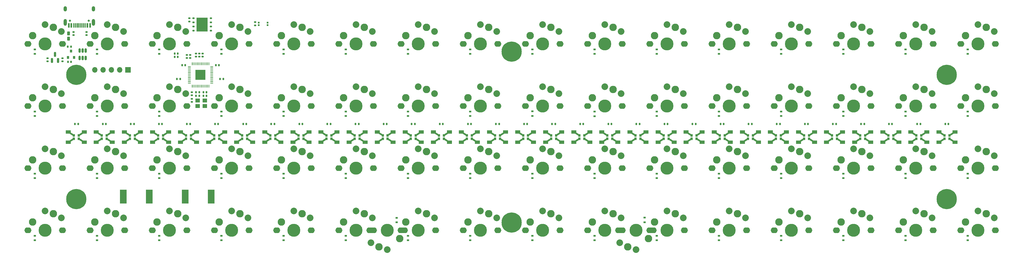
<source format=gbr>
%TF.GenerationSoftware,KiCad,Pcbnew,(6.0.0)*%
%TF.CreationDate,2022-05-03T01:33:48-04:00*%
%TF.ProjectId,HL-2040,484c2d32-3034-4302-9e6b-696361645f70,Mark 2 Rev F*%
%TF.SameCoordinates,Original*%
%TF.FileFunction,Soldermask,Bot*%
%TF.FilePolarity,Negative*%
%FSLAX46Y46*%
G04 Gerber Fmt 4.6, Leading zero omitted, Abs format (unit mm)*
G04 Created by KiCad (PCBNEW (6.0.0)) date 2022-05-03 01:33:48*
%MOMM*%
%LPD*%
G01*
G04 APERTURE LIST*
G04 Aperture macros list*
%AMRoundRect*
0 Rectangle with rounded corners*
0 $1 Rounding radius*
0 $2 $3 $4 $5 $6 $7 $8 $9 X,Y pos of 4 corners*
0 Add a 4 corners polygon primitive as box body*
4,1,4,$2,$3,$4,$5,$6,$7,$8,$9,$2,$3,0*
0 Add four circle primitives for the rounded corners*
1,1,$1+$1,$2,$3*
1,1,$1+$1,$4,$5*
1,1,$1+$1,$6,$7*
1,1,$1+$1,$8,$9*
0 Add four rect primitives between the rounded corners*
20,1,$1+$1,$2,$3,$4,$5,0*
20,1,$1+$1,$4,$5,$6,$7,0*
20,1,$1+$1,$6,$7,$8,$9,0*
20,1,$1+$1,$8,$9,$2,$3,0*%
%AMFreePoly0*
4,1,11,2.050000,0.700000,1.609078,0.700000,0.750000,0.169394,0.750000,-0.500000,-0.750000,-0.500000,-0.750000,0.500000,0.333781,0.500000,1.350000,1.127665,1.350000,1.400000,2.050000,1.400000,2.050000,0.700000,2.050000,0.700000,$1*%
%AMFreePoly1*
4,1,11,0.750000,-0.169394,1.609078,-0.700000,2.050000,-0.700000,2.050000,-1.400000,1.350000,-1.400000,1.350000,-1.127665,0.333781,-0.500000,-0.750000,-0.500000,-0.750000,0.500000,0.750000,0.500000,0.750000,-0.169394,0.750000,-0.169394,$1*%
%AMFreePoly2*
4,1,11,0.750000,-0.500000,-0.333780,-0.500000,-1.350000,-1.127665,-1.350000,-1.400000,-2.050000,-1.400000,-2.050000,-0.700000,-1.609076,-0.700000,-0.750000,-0.169394,-0.750000,0.500000,0.750000,0.500000,0.750000,-0.500000,0.750000,-0.500000,$1*%
%AMFreePoly3*
4,1,11,-1.350000,1.127665,-0.333780,0.500000,0.750000,0.500000,0.750000,-0.500000,-0.750000,-0.500000,-0.750000,0.169394,-1.609076,0.700000,-2.050000,0.700000,-2.050000,1.400000,-1.350000,1.400000,-1.350000,1.127665,-1.350000,1.127665,$1*%
G04 Aperture macros list end*
%ADD10C,3.987800*%
%ADD11O,2.150000X1.750000*%
%ADD12C,2.032000*%
%ADD13C,2.286000*%
%ADD14C,6.200000*%
%ADD15R,1.700000X1.700000*%
%ADD16O,1.700000X1.700000*%
%ADD17RoundRect,0.147500X-0.147500X-0.172500X0.147500X-0.172500X0.147500X0.172500X-0.147500X0.172500X0*%
%ADD18RoundRect,0.147500X0.147500X0.172500X-0.147500X0.172500X-0.147500X-0.172500X0.147500X-0.172500X0*%
%ADD19RoundRect,0.147500X0.172500X-0.147500X0.172500X0.147500X-0.172500X0.147500X-0.172500X-0.147500X0*%
%ADD20RoundRect,0.050000X0.387500X0.050000X-0.387500X0.050000X-0.387500X-0.050000X0.387500X-0.050000X0*%
%ADD21RoundRect,0.050000X0.050000X0.387500X-0.050000X0.387500X-0.050000X-0.387500X0.050000X-0.387500X0*%
%ADD22R,3.050000X3.050000*%
%ADD23R,0.700000X0.600000*%
%ADD24RoundRect,0.147500X-0.172500X0.147500X-0.172500X-0.147500X0.172500X-0.147500X0.172500X0.147500X0*%
%ADD25RoundRect,0.212500X-0.212500X0.400000X-0.212500X-0.400000X0.212500X-0.400000X0.212500X0.400000X0*%
%ADD26R,0.800000X0.900000*%
%ADD27C,0.650000*%
%ADD28R,0.600000X1.450000*%
%ADD29R,0.300000X1.450000*%
%ADD30O,1.000000X1.600000*%
%ADD31O,1.000000X2.100000*%
%ADD32FreePoly0,180.000000*%
%ADD33FreePoly1,180.000000*%
%ADD34FreePoly2,180.000000*%
%ADD35FreePoly3,180.000000*%
%ADD36R,2.000000X4.200000*%
%ADD37RoundRect,0.125000X0.250000X0.125000X-0.250000X0.125000X-0.250000X-0.125000X0.250000X-0.125000X0*%
%ADD38R,3.400000X4.300000*%
%ADD39R,0.550000X0.550000*%
%ADD40R,1.400000X1.200000*%
%ADD41RoundRect,0.150000X0.150000X-0.587500X0.150000X0.587500X-0.150000X0.587500X-0.150000X-0.587500X0*%
%ADD42RoundRect,0.150000X0.150000X-0.512500X0.150000X0.512500X-0.150000X0.512500X-0.150000X-0.512500X0*%
G04 APERTURE END LIST*
D10*
%TO.C,K2*%
X57943750Y-80962500D03*
D11*
X63226950Y-80962500D03*
X52660550Y-80962500D03*
D12*
X62943750Y-77162500D03*
D13*
X60483750Y-75882500D03*
D12*
X57943750Y-75062500D03*
D13*
X54133750Y-78422500D03*
%TD*%
D11*
%TO.C,K3*%
X71710550Y-80949800D03*
D10*
X76993750Y-80949800D03*
D11*
X82276950Y-80949800D03*
D12*
X81993750Y-77149800D03*
D13*
X79533750Y-75869800D03*
D12*
X76993750Y-75049800D03*
D13*
X73183750Y-78409800D03*
%TD*%
D10*
%TO.C,K6*%
X134143750Y-80962500D03*
D11*
X128860550Y-80962500D03*
X139426950Y-80962500D03*
D13*
X136683750Y-75882500D03*
D12*
X139143750Y-77162500D03*
X134143750Y-75062500D03*
D13*
X130333750Y-78422500D03*
%TD*%
D11*
%TO.C,K7*%
X158476950Y-80962500D03*
X147910550Y-80962500D03*
D10*
X153193750Y-80962500D03*
D12*
X158193750Y-77162500D03*
D13*
X155733750Y-75882500D03*
X149383750Y-78422500D03*
D12*
X153193750Y-75062500D03*
%TD*%
D11*
%TO.C,K8*%
X177526950Y-80962500D03*
D10*
X172243750Y-80962500D03*
D11*
X166960550Y-80962500D03*
D13*
X174783750Y-75882500D03*
D12*
X177243750Y-77162500D03*
D13*
X168433750Y-78422500D03*
D12*
X172243750Y-75062500D03*
%TD*%
D11*
%TO.C,K9*%
X186010550Y-80962500D03*
D10*
X191293750Y-80962500D03*
D11*
X196576950Y-80962500D03*
D12*
X196293750Y-77162500D03*
D13*
X193833750Y-75882500D03*
X187483750Y-78422500D03*
D12*
X191293750Y-75062500D03*
%TD*%
D11*
%TO.C,K10*%
X205060550Y-80962500D03*
X215626950Y-80962500D03*
D10*
X210343750Y-80962500D03*
D13*
X212883750Y-75882500D03*
D12*
X215343750Y-77162500D03*
D13*
X206533750Y-78422500D03*
D12*
X210343750Y-75062500D03*
%TD*%
D11*
%TO.C,K11*%
X234676950Y-80962500D03*
X224110550Y-80962500D03*
D10*
X229393750Y-80962500D03*
D12*
X234393750Y-77162500D03*
D13*
X231933750Y-75882500D03*
X225583750Y-78422500D03*
D12*
X229393750Y-75062500D03*
%TD*%
D10*
%TO.C,K12*%
X248443750Y-80962500D03*
D11*
X243160550Y-80962500D03*
X253726950Y-80962500D03*
D12*
X253443750Y-77162500D03*
D13*
X250983750Y-75882500D03*
X244633750Y-78422500D03*
D12*
X248443750Y-75062500D03*
%TD*%
D11*
%TO.C,K13*%
X272776950Y-80962500D03*
X262210550Y-80962500D03*
D10*
X267493750Y-80962500D03*
D12*
X272493750Y-77162500D03*
D13*
X270033750Y-75882500D03*
D12*
X267493750Y-75062500D03*
D13*
X263683750Y-78422500D03*
%TD*%
D11*
%TO.C,K14*%
X291826950Y-80962500D03*
D10*
X286543750Y-80962500D03*
D11*
X281260550Y-80962500D03*
D13*
X289083750Y-75882500D03*
D12*
X291543750Y-77162500D03*
D13*
X282733750Y-78422500D03*
D12*
X286543750Y-75062500D03*
%TD*%
D11*
%TO.C,K15*%
X300310550Y-80962500D03*
X310876950Y-80962500D03*
D10*
X305593750Y-80962500D03*
D12*
X310593750Y-77162500D03*
D13*
X308133750Y-75882500D03*
X301783750Y-78422500D03*
D12*
X305593750Y-75062500D03*
%TD*%
D11*
%TO.C,K16*%
X319360550Y-80962500D03*
X329926950Y-80962500D03*
D10*
X324643750Y-80962500D03*
D12*
X329643750Y-77162500D03*
D13*
X327183750Y-75882500D03*
D12*
X324643750Y-75062500D03*
D13*
X320833750Y-78422500D03*
%TD*%
D11*
%TO.C,K17*%
X44176950Y-100012500D03*
X33610550Y-100012500D03*
D10*
X38893750Y-100012500D03*
D13*
X41433750Y-94932500D03*
D12*
X43893750Y-96212500D03*
D13*
X35083750Y-97472500D03*
D12*
X38893750Y-94112500D03*
%TD*%
D11*
%TO.C,K18*%
X63226950Y-100012500D03*
D10*
X57943750Y-100012500D03*
D11*
X52660550Y-100012500D03*
D13*
X60483750Y-94932500D03*
D12*
X62943750Y-96212500D03*
D13*
X54133750Y-97472500D03*
D12*
X57943750Y-94112500D03*
%TD*%
D10*
%TO.C,K19*%
X76993750Y-100012500D03*
D11*
X71710550Y-100012500D03*
X82276950Y-100012500D03*
D13*
X79533750Y-94932500D03*
D12*
X81993750Y-96212500D03*
X76993750Y-94112500D03*
D13*
X73183750Y-97472500D03*
%TD*%
D11*
%TO.C,K22*%
X128860550Y-100012500D03*
X139426950Y-100012500D03*
D10*
X134143750Y-100012500D03*
D13*
X136683750Y-94932500D03*
D12*
X139143750Y-96212500D03*
X134143750Y-94112500D03*
D13*
X130333750Y-97472500D03*
%TD*%
D11*
%TO.C,K23*%
X147910550Y-100012500D03*
X158476950Y-100012500D03*
D10*
X153193750Y-100012500D03*
D12*
X158193750Y-96212500D03*
D13*
X155733750Y-94932500D03*
D12*
X153193750Y-94112500D03*
D13*
X149383750Y-97472500D03*
%TD*%
D11*
%TO.C,K24*%
X177526950Y-100012500D03*
X166960550Y-100012500D03*
D10*
X172243750Y-100012500D03*
D13*
X174783750Y-94932500D03*
D12*
X177243750Y-96212500D03*
X172243750Y-94112500D03*
D13*
X168433750Y-97472500D03*
%TD*%
D10*
%TO.C,K25*%
X191293750Y-100012500D03*
D11*
X186010550Y-100012500D03*
X196576950Y-100012500D03*
D12*
X196293750Y-96212500D03*
D13*
X193833750Y-94932500D03*
X187483750Y-97472500D03*
D12*
X191293750Y-94112500D03*
%TD*%
D11*
%TO.C,K26*%
X215626950Y-100012500D03*
D10*
X210343750Y-100012500D03*
D11*
X205060550Y-100012500D03*
D13*
X212883750Y-94932500D03*
D12*
X215343750Y-96212500D03*
X210343750Y-94112500D03*
D13*
X206533750Y-97472500D03*
%TD*%
D10*
%TO.C,K27*%
X229393750Y-100012500D03*
D11*
X234676950Y-100012500D03*
X224110550Y-100012500D03*
D12*
X234393750Y-96212500D03*
D13*
X231933750Y-94932500D03*
D12*
X229393750Y-94112500D03*
D13*
X225583750Y-97472500D03*
%TD*%
D11*
%TO.C,K28*%
X243160550Y-100012500D03*
D10*
X248443750Y-100012500D03*
D11*
X253726950Y-100012500D03*
D13*
X250983750Y-94932500D03*
D12*
X253443750Y-96212500D03*
D13*
X244633750Y-97472500D03*
D12*
X248443750Y-94112500D03*
%TD*%
D11*
%TO.C,K29*%
X262210550Y-100012500D03*
D10*
X267493750Y-100012500D03*
D11*
X272776950Y-100012500D03*
D12*
X272493750Y-96212500D03*
D13*
X270033750Y-94932500D03*
X263683750Y-97472500D03*
D12*
X267493750Y-94112500D03*
%TD*%
D11*
%TO.C,K30*%
X281260550Y-100012500D03*
D10*
X286543750Y-100012500D03*
D11*
X291826950Y-100012500D03*
D13*
X289083750Y-94932500D03*
D12*
X291543750Y-96212500D03*
D13*
X282733750Y-97472500D03*
D12*
X286543750Y-94112500D03*
%TD*%
D11*
%TO.C,K31*%
X310876950Y-100012500D03*
D10*
X305593750Y-100012500D03*
D11*
X300310550Y-100012500D03*
D12*
X310593750Y-96212500D03*
D13*
X308133750Y-94932500D03*
D12*
X305593750Y-94112500D03*
D13*
X301783750Y-97472500D03*
%TD*%
D11*
%TO.C,K32*%
X329926950Y-100012500D03*
X319360550Y-100012500D03*
D10*
X324643750Y-100012500D03*
D12*
X329643750Y-96212500D03*
D13*
X327183750Y-94932500D03*
D12*
X324643750Y-94112500D03*
D13*
X320833750Y-97472500D03*
%TD*%
D11*
%TO.C,K33*%
X33610550Y-119062500D03*
D10*
X38893750Y-119062500D03*
D11*
X44176950Y-119062500D03*
D12*
X43893750Y-115262500D03*
D13*
X41433750Y-113982500D03*
X35083750Y-116522500D03*
D12*
X38893750Y-113162500D03*
%TD*%
D11*
%TO.C,K34*%
X63226950Y-119062500D03*
D10*
X57943750Y-119062500D03*
D11*
X52660550Y-119062500D03*
D13*
X60483750Y-113982500D03*
D12*
X62943750Y-115262500D03*
X57943750Y-113162500D03*
D13*
X54133750Y-116522500D03*
%TD*%
D11*
%TO.C,K35*%
X71710550Y-119062500D03*
D10*
X76993750Y-119062500D03*
D11*
X82276950Y-119062500D03*
D12*
X81993750Y-115262500D03*
D13*
X79533750Y-113982500D03*
D12*
X76993750Y-113162500D03*
D13*
X73183750Y-116522500D03*
%TD*%
D11*
%TO.C,K36*%
X101326950Y-119062500D03*
X90760550Y-119062500D03*
D10*
X96043750Y-119062500D03*
D13*
X98583750Y-113982500D03*
D12*
X101043750Y-115262500D03*
X96043750Y-113162500D03*
D13*
X92233750Y-116522500D03*
%TD*%
D10*
%TO.C,K37*%
X115093750Y-119062500D03*
D11*
X120376950Y-119062500D03*
X109810550Y-119062500D03*
D13*
X117633750Y-113982500D03*
D12*
X120093750Y-115262500D03*
X115093750Y-113162500D03*
D13*
X111283750Y-116522500D03*
%TD*%
D10*
%TO.C,K38*%
X134143750Y-119062500D03*
D11*
X128860550Y-119062500D03*
X139426950Y-119062500D03*
D13*
X136683750Y-113982500D03*
D12*
X139143750Y-115262500D03*
D13*
X130333750Y-116522500D03*
D12*
X134143750Y-113162500D03*
%TD*%
D11*
%TO.C,K39*%
X147910550Y-119062500D03*
D10*
X153193750Y-119062500D03*
D11*
X158476950Y-119062500D03*
D13*
X155733750Y-113982500D03*
D12*
X158193750Y-115262500D03*
X153193750Y-113162500D03*
D13*
X149383750Y-116522500D03*
%TD*%
D11*
%TO.C,K40*%
X177526950Y-119062500D03*
D10*
X172243750Y-119062500D03*
D11*
X166960550Y-119062500D03*
D12*
X177243750Y-115262500D03*
D13*
X174783750Y-113982500D03*
X168433750Y-116522500D03*
D12*
X172243750Y-113162500D03*
%TD*%
D10*
%TO.C,K41*%
X191293750Y-119062500D03*
D11*
X196576950Y-119062500D03*
X186010550Y-119062500D03*
D12*
X196293750Y-115262500D03*
D13*
X193833750Y-113982500D03*
X187483750Y-116522500D03*
D12*
X191293750Y-113162500D03*
%TD*%
D11*
%TO.C,K42*%
X215626950Y-119062500D03*
D10*
X210343750Y-119062500D03*
D11*
X205060550Y-119062500D03*
D12*
X215343750Y-115262500D03*
D13*
X212883750Y-113982500D03*
D12*
X210343750Y-113162500D03*
D13*
X206533750Y-116522500D03*
%TD*%
D11*
%TO.C,K43*%
X234676950Y-119062500D03*
D10*
X229393750Y-119062500D03*
D11*
X224110550Y-119062500D03*
D12*
X234393750Y-115262500D03*
D13*
X231933750Y-113982500D03*
D12*
X229393750Y-113162500D03*
D13*
X225583750Y-116522500D03*
%TD*%
D11*
%TO.C,K44*%
X243160550Y-119062500D03*
X253726950Y-119062500D03*
D10*
X248443750Y-119062500D03*
D13*
X250983750Y-113982500D03*
D12*
X253443750Y-115262500D03*
D13*
X244633750Y-116522500D03*
D12*
X248443750Y-113162500D03*
%TD*%
D11*
%TO.C,K45*%
X272776950Y-119062500D03*
D10*
X267493750Y-119062500D03*
D11*
X262210550Y-119062500D03*
D13*
X270033750Y-113982500D03*
D12*
X272493750Y-115262500D03*
D13*
X263683750Y-116522500D03*
D12*
X267493750Y-113162500D03*
%TD*%
D11*
%TO.C,K46*%
X281260550Y-119062500D03*
D10*
X286543750Y-119062500D03*
D11*
X291826950Y-119062500D03*
D12*
X291543750Y-115262500D03*
D13*
X289083750Y-113982500D03*
D12*
X286543750Y-113162500D03*
D13*
X282733750Y-116522500D03*
%TD*%
D11*
%TO.C,K47*%
X300310550Y-119062500D03*
X310876950Y-119062500D03*
D10*
X305593750Y-119062500D03*
D12*
X310593750Y-115262500D03*
D13*
X308133750Y-113982500D03*
X301783750Y-116522500D03*
D12*
X305593750Y-113162500D03*
%TD*%
D11*
%TO.C,K48*%
X329926950Y-119062500D03*
X319360550Y-119062500D03*
D10*
X324643750Y-119062500D03*
D12*
X329643750Y-115262500D03*
D13*
X327183750Y-113982500D03*
D12*
X324643750Y-113162500D03*
D13*
X320833750Y-116522500D03*
%TD*%
D11*
%TO.C,K49*%
X33610550Y-138112500D03*
X44176950Y-138112500D03*
D10*
X38893750Y-138112500D03*
D13*
X41433750Y-133032500D03*
D12*
X43893750Y-134312500D03*
D13*
X35083750Y-135572500D03*
D12*
X38893750Y-132212500D03*
%TD*%
D10*
%TO.C,K50*%
X57943750Y-138112500D03*
D11*
X63226950Y-138112500D03*
X52660550Y-138112500D03*
D13*
X60483750Y-133032500D03*
D12*
X62943750Y-134312500D03*
X57943750Y-132212500D03*
D13*
X54133750Y-135572500D03*
%TD*%
D11*
%TO.C,K51*%
X71710550Y-138112500D03*
X82276950Y-138112500D03*
D10*
X76993750Y-138112500D03*
D13*
X79533750Y-133032500D03*
D12*
X81993750Y-134312500D03*
D13*
X73183750Y-135572500D03*
D12*
X76993750Y-132212500D03*
%TD*%
D11*
%TO.C,K52*%
X90760550Y-138112500D03*
D10*
X96043750Y-138112500D03*
D11*
X101326950Y-138112500D03*
D12*
X101043750Y-134312500D03*
D13*
X98583750Y-133032500D03*
D12*
X96043750Y-132212500D03*
D13*
X92233750Y-135572500D03*
%TD*%
D11*
%TO.C,K53*%
X109810550Y-138112500D03*
D10*
X115093750Y-138112500D03*
D11*
X120376950Y-138112500D03*
D12*
X120093750Y-134312500D03*
D13*
X117633750Y-133032500D03*
D12*
X115093750Y-132212500D03*
D13*
X111283750Y-135572500D03*
%TD*%
D11*
%TO.C,K54*%
X128860550Y-138112500D03*
D10*
X134143750Y-138112500D03*
D11*
X139426950Y-138112500D03*
D12*
X139143750Y-134312500D03*
D13*
X136683750Y-133032500D03*
D12*
X134143750Y-132212500D03*
D13*
X130333750Y-135572500D03*
%TD*%
D10*
%TO.C,K55*%
X153193750Y-138112500D03*
D11*
X147910550Y-138112500D03*
X158476950Y-138112500D03*
D12*
X158193750Y-134312500D03*
D13*
X155733750Y-133032500D03*
X149383750Y-135572500D03*
D12*
X153193750Y-132212500D03*
%TD*%
D10*
%TO.C,K56*%
X172243750Y-138112500D03*
D11*
X177526950Y-138112500D03*
X166960550Y-138112500D03*
D12*
X177243750Y-134312500D03*
D13*
X174783750Y-133032500D03*
D12*
X172243750Y-132212500D03*
D13*
X168433750Y-135572500D03*
%TD*%
D11*
%TO.C,K57*%
X196576950Y-138112500D03*
D10*
X191293750Y-138112500D03*
D11*
X186010550Y-138112500D03*
D12*
X196293750Y-134312500D03*
D13*
X193833750Y-133032500D03*
X187483750Y-135572500D03*
D12*
X191293750Y-132212500D03*
%TD*%
D10*
%TO.C,K58*%
X210343750Y-138112500D03*
D11*
X205060550Y-138112500D03*
X215626950Y-138112500D03*
D12*
X215343750Y-134312500D03*
D13*
X212883750Y-133032500D03*
D12*
X210343750Y-132212500D03*
D13*
X206533750Y-135572500D03*
%TD*%
D10*
%TO.C,K59*%
X229393750Y-138112500D03*
D11*
X224110550Y-138112500D03*
X234676950Y-138112500D03*
D12*
X234393750Y-134312500D03*
D13*
X231933750Y-133032500D03*
X225583750Y-135572500D03*
D12*
X229393750Y-132212500D03*
%TD*%
D11*
%TO.C,K60*%
X243160550Y-138112500D03*
X253726950Y-138112500D03*
D10*
X248443750Y-138112500D03*
D12*
X253443750Y-134312500D03*
D13*
X250983750Y-133032500D03*
X244633750Y-135572500D03*
D12*
X248443750Y-132212500D03*
%TD*%
D10*
%TO.C,K61*%
X267493750Y-138112500D03*
D11*
X272776950Y-138112500D03*
X262210550Y-138112500D03*
D13*
X270033750Y-133032500D03*
D12*
X272493750Y-134312500D03*
X267493750Y-132212500D03*
D13*
X263683750Y-135572500D03*
%TD*%
D11*
%TO.C,K62*%
X291826950Y-138112500D03*
X281260550Y-138112500D03*
D10*
X286543750Y-138112500D03*
D12*
X291543750Y-134312500D03*
D13*
X289083750Y-133032500D03*
D12*
X286543750Y-132212500D03*
D13*
X282733750Y-135572500D03*
%TD*%
D11*
%TO.C,K63*%
X300310550Y-138112500D03*
D10*
X305593750Y-138112500D03*
D11*
X310876950Y-138112500D03*
D12*
X310593750Y-134312500D03*
D13*
X308133750Y-133032500D03*
D12*
X305593750Y-132212500D03*
D13*
X301783750Y-135572500D03*
%TD*%
D11*
%TO.C,K64*%
X329926950Y-138112500D03*
X319360550Y-138112500D03*
D10*
X324643750Y-138112500D03*
D13*
X327183750Y-133032500D03*
D12*
X329643750Y-134312500D03*
D13*
X320833750Y-135572500D03*
D12*
X324643750Y-132212500D03*
%TD*%
D11*
%TO.C,K1*%
X44176950Y-80962500D03*
X33610550Y-80962500D03*
D10*
X38893750Y-80962500D03*
D12*
X43893750Y-77162500D03*
D13*
X41433750Y-75882500D03*
X35083750Y-78422500D03*
D12*
X38893750Y-75062500D03*
%TD*%
D14*
%TO.C,H1*%
X48415700Y-90481800D03*
%TD*%
%TO.C,H2*%
X48415700Y-128579400D03*
%TD*%
%TO.C,H3*%
X181757300Y-83338500D03*
%TD*%
%TO.C,H4*%
X181757300Y-135722700D03*
%TD*%
%TO.C,H5*%
X315098900Y-90481800D03*
%TD*%
%TO.C,H6*%
X315098900Y-128579400D03*
%TD*%
D11*
%TO.C,K4*%
X101326950Y-80962500D03*
X90760550Y-80962500D03*
D10*
X96043750Y-80962500D03*
D12*
X101043750Y-77162500D03*
D13*
X98583750Y-75882500D03*
D12*
X96043750Y-75062500D03*
D13*
X92233750Y-78422500D03*
%TD*%
D10*
%TO.C,K5*%
X115093750Y-80962500D03*
D11*
X120376950Y-80962500D03*
X109810550Y-80962500D03*
D12*
X120093750Y-77162500D03*
D13*
X117633750Y-75882500D03*
D12*
X115093750Y-75062500D03*
D13*
X111283750Y-78422500D03*
%TD*%
D10*
%TO.C,K21*%
X115093750Y-100012500D03*
D11*
X109810550Y-100012500D03*
X120376950Y-100012500D03*
D13*
X117633750Y-94932500D03*
D12*
X120093750Y-96212500D03*
D13*
X111283750Y-97472500D03*
D12*
X115093750Y-94112500D03*
%TD*%
D11*
%TO.C,K20*%
X90760550Y-100012500D03*
X101326950Y-100012500D03*
D10*
X96043750Y-100012500D03*
D12*
X101043750Y-96212500D03*
D13*
X98583750Y-94932500D03*
X92233750Y-97472500D03*
D12*
X96043750Y-94112500D03*
%TD*%
D15*
%TO.C,J1*%
X64262000Y-88900000D03*
D16*
X61722000Y-88900000D03*
X59182000Y-88900000D03*
X56642000Y-88900000D03*
X54102000Y-88900000D03*
%TD*%
D11*
%TO.C,K54.1*%
X138385550Y-138112500D03*
X148951950Y-138112500D03*
D10*
X143668750Y-138112500D03*
D13*
X141128750Y-143192500D03*
D12*
X138668750Y-141912500D03*
X143668750Y-144012500D03*
D13*
X147478750Y-140652500D03*
%TD*%
D10*
%TO.C,K58.1*%
X219868750Y-138112500D03*
D11*
X225151950Y-138112500D03*
X214585550Y-138112500D03*
D13*
X217328750Y-143192500D03*
D12*
X214868750Y-141912500D03*
X219868750Y-144012500D03*
D13*
X223678750Y-140652500D03*
%TD*%
D17*
%TO.C,C1*%
X91158200Y-87477600D03*
X92128200Y-87477600D03*
%TD*%
D18*
%TO.C,C2*%
X86108400Y-95808800D03*
X85138400Y-95808800D03*
%TD*%
D17*
%TO.C,C3*%
X92479000Y-91694000D03*
X93449000Y-91694000D03*
%TD*%
D19*
%TO.C,C6*%
X82296000Y-85321000D03*
X82296000Y-84351000D03*
%TD*%
%TO.C,C8*%
X85090000Y-84886800D03*
X85090000Y-83916800D03*
%TD*%
D20*
%TO.C,U0*%
X89924500Y-87887500D03*
X89924500Y-88287500D03*
X89924500Y-88687500D03*
X89924500Y-89087500D03*
X89924500Y-89487500D03*
X89924500Y-89887500D03*
X89924500Y-90287500D03*
X89924500Y-90687500D03*
X89924500Y-91087500D03*
X89924500Y-91487500D03*
X89924500Y-91887500D03*
X89924500Y-92287500D03*
X89924500Y-92687500D03*
X89924500Y-93087500D03*
D21*
X89087000Y-93925000D03*
X88687000Y-93925000D03*
X88287000Y-93925000D03*
X87887000Y-93925000D03*
X87487000Y-93925000D03*
X87087000Y-93925000D03*
X86687000Y-93925000D03*
X86287000Y-93925000D03*
X85887000Y-93925000D03*
X85487000Y-93925000D03*
X85087000Y-93925000D03*
X84687000Y-93925000D03*
X84287000Y-93925000D03*
X83887000Y-93925000D03*
D20*
X83049500Y-93087500D03*
X83049500Y-92687500D03*
X83049500Y-92287500D03*
X83049500Y-91887500D03*
X83049500Y-91487500D03*
X83049500Y-91087500D03*
X83049500Y-90687500D03*
X83049500Y-90287500D03*
X83049500Y-89887500D03*
X83049500Y-89487500D03*
X83049500Y-89087500D03*
X83049500Y-88687500D03*
X83049500Y-88287500D03*
X83049500Y-87887500D03*
D21*
X83887000Y-87050000D03*
X84287000Y-87050000D03*
X84687000Y-87050000D03*
X85087000Y-87050000D03*
X85487000Y-87050000D03*
X85887000Y-87050000D03*
X86287000Y-87050000D03*
X86687000Y-87050000D03*
X87087000Y-87050000D03*
X87487000Y-87050000D03*
X87887000Y-87050000D03*
X88287000Y-87050000D03*
X88687000Y-87050000D03*
X89087000Y-87050000D03*
D22*
X86487000Y-90487500D03*
%TD*%
D19*
%TO.C,C7*%
X83312000Y-85321000D03*
X83312000Y-84351000D03*
%TD*%
D23*
%TO.C,D1*%
X35718750Y-84043750D03*
X35718750Y-82643750D03*
%TD*%
%TO.C,D2*%
X54768750Y-84043750D03*
X54768750Y-82643750D03*
%TD*%
%TO.C,D3*%
X73818750Y-84043750D03*
X73818750Y-82643750D03*
%TD*%
%TO.C,D4*%
X92868750Y-84043750D03*
X92868750Y-82643750D03*
%TD*%
%TO.C,D5*%
X111918750Y-84043750D03*
X111918750Y-82643750D03*
%TD*%
%TO.C,D6*%
X130968750Y-84043750D03*
X130968750Y-82643750D03*
%TD*%
%TO.C,D7*%
X150018750Y-84043750D03*
X150018750Y-82643750D03*
%TD*%
%TO.C,D8*%
X169068750Y-84043750D03*
X169068750Y-82643750D03*
%TD*%
%TO.C,D9*%
X188118750Y-84043750D03*
X188118750Y-82643750D03*
%TD*%
%TO.C,D10*%
X207168750Y-84043750D03*
X207168750Y-82643750D03*
%TD*%
%TO.C,D11*%
X226218750Y-84043750D03*
X226218750Y-82643750D03*
%TD*%
%TO.C,D12*%
X245268750Y-84043750D03*
X245268750Y-82643750D03*
%TD*%
%TO.C,D13*%
X264318750Y-84043750D03*
X264318750Y-82643750D03*
%TD*%
%TO.C,D14*%
X283368750Y-84043750D03*
X283368750Y-82643750D03*
%TD*%
%TO.C,D15*%
X302418750Y-84043750D03*
X302418750Y-82643750D03*
%TD*%
%TO.C,D16*%
X321468750Y-84043750D03*
X321468750Y-82643750D03*
%TD*%
%TO.C,D17*%
X35718750Y-103093750D03*
X35718750Y-101693750D03*
%TD*%
%TO.C,D18*%
X54768750Y-103093750D03*
X54768750Y-101693750D03*
%TD*%
%TO.C,D19*%
X73818750Y-103093750D03*
X73818750Y-101693750D03*
%TD*%
%TO.C,D20*%
X92868750Y-103093750D03*
X92868750Y-101693750D03*
%TD*%
%TO.C,D21*%
X111918750Y-103093750D03*
X111918750Y-101693750D03*
%TD*%
%TO.C,D22*%
X130968750Y-103093750D03*
X130968750Y-101693750D03*
%TD*%
%TO.C,D23*%
X150018750Y-103093750D03*
X150018750Y-101693750D03*
%TD*%
%TO.C,D24*%
X169068750Y-103093750D03*
X169068750Y-101693750D03*
%TD*%
%TO.C,D25*%
X188118750Y-103031250D03*
X188118750Y-101631250D03*
%TD*%
%TO.C,D26*%
X207168750Y-103106250D03*
X207168750Y-101706250D03*
%TD*%
%TO.C,D27*%
X226218750Y-103093750D03*
X226218750Y-101693750D03*
%TD*%
%TO.C,D28*%
X245268750Y-103093750D03*
X245268750Y-101693750D03*
%TD*%
%TO.C,D29*%
X264318750Y-103093750D03*
X264318750Y-101693750D03*
%TD*%
%TO.C,D30*%
X283368750Y-103093750D03*
X283368750Y-101693750D03*
%TD*%
%TO.C,D31*%
X302418750Y-103093750D03*
X302418750Y-101693750D03*
%TD*%
%TO.C,D32*%
X321468750Y-103093750D03*
X321468750Y-101693750D03*
%TD*%
%TO.C,D33*%
X35718750Y-122143750D03*
X35718750Y-120743750D03*
%TD*%
%TO.C,D34*%
X54768750Y-122143750D03*
X54768750Y-120743750D03*
%TD*%
%TO.C,D35*%
X73818750Y-122143750D03*
X73818750Y-120743750D03*
%TD*%
%TO.C,D36*%
X92868750Y-122143750D03*
X92868750Y-120743750D03*
%TD*%
%TO.C,D37*%
X111918750Y-122143750D03*
X111918750Y-120743750D03*
%TD*%
%TO.C,D38*%
X130968750Y-122143750D03*
X130968750Y-120743750D03*
%TD*%
%TO.C,D39*%
X150018750Y-122143750D03*
X150018750Y-120743750D03*
%TD*%
%TO.C,D40*%
X169068750Y-122143750D03*
X169068750Y-120743750D03*
%TD*%
%TO.C,D41*%
X188118750Y-122143750D03*
X188118750Y-120743750D03*
%TD*%
%TO.C,D42*%
X207168750Y-122143750D03*
X207168750Y-120743750D03*
%TD*%
%TO.C,D43*%
X226218750Y-122143750D03*
X226218750Y-120743750D03*
%TD*%
%TO.C,D44*%
X245268750Y-122143750D03*
X245268750Y-120743750D03*
%TD*%
%TO.C,D45*%
X264318750Y-122143750D03*
X264318750Y-120743750D03*
%TD*%
%TO.C,D46*%
X283368750Y-122143750D03*
X283368750Y-120743750D03*
%TD*%
%TO.C,D47*%
X302418750Y-122143750D03*
X302418750Y-120743750D03*
%TD*%
%TO.C,D48*%
X321468750Y-122143750D03*
X321468750Y-120743750D03*
%TD*%
%TO.C,D49*%
X35718750Y-141193750D03*
X35718750Y-139793750D03*
%TD*%
%TO.C,D50*%
X54768750Y-141193750D03*
X54768750Y-139793750D03*
%TD*%
%TO.C,D51*%
X73818750Y-141193750D03*
X73818750Y-139793750D03*
%TD*%
%TO.C,D52*%
X92868750Y-141193750D03*
X92868750Y-139793750D03*
%TD*%
%TO.C,D53*%
X111918750Y-141193750D03*
X111918750Y-139793750D03*
%TD*%
%TO.C,D54*%
X130968750Y-141193750D03*
X130968750Y-139793750D03*
%TD*%
%TO.C,D55*%
X150018750Y-141193750D03*
X150018750Y-139793750D03*
%TD*%
%TO.C,D56*%
X169068750Y-141193750D03*
X169068750Y-139793750D03*
%TD*%
%TO.C,D57*%
X188118750Y-141193750D03*
X188118750Y-139793750D03*
%TD*%
%TO.C,D58*%
X207168750Y-141193750D03*
X207168750Y-139793750D03*
%TD*%
%TO.C,D59*%
X226218750Y-141193750D03*
X226218750Y-139793750D03*
%TD*%
%TO.C,D60*%
X245268750Y-141193750D03*
X245268750Y-139793750D03*
%TD*%
%TO.C,D61*%
X264318750Y-141193750D03*
X264318750Y-139793750D03*
%TD*%
%TO.C,D62*%
X283368750Y-141193750D03*
X283368750Y-139793750D03*
%TD*%
%TO.C,D63*%
X302418750Y-141193750D03*
X302418750Y-139793750D03*
%TD*%
%TO.C,D64*%
X321468750Y-141193750D03*
X321468750Y-139793750D03*
%TD*%
D19*
%TO.C,RC2*%
X51593750Y-78272500D03*
X51593750Y-77302500D03*
%TD*%
D24*
%TO.C,RC1*%
X47625000Y-77302500D03*
X47625000Y-78272500D03*
%TD*%
D17*
%TO.C,RD1*%
X78581250Y-83916800D03*
X79551250Y-83916800D03*
%TD*%
D25*
%TO.C,F0*%
X46069250Y-77737000D03*
X46069250Y-79362000D03*
%TD*%
D26*
%TO.C,U1*%
X47781250Y-85124800D03*
X45881250Y-85124800D03*
X46831250Y-83124800D03*
%TD*%
D18*
%TO.C,LC1*%
X48992475Y-105480000D03*
X48022475Y-105480000D03*
%TD*%
%TO.C,C4*%
X80241000Y-91690000D03*
X79271000Y-91690000D03*
%TD*%
D27*
%TO.C,J0*%
X52293000Y-73847000D03*
X46513000Y-73847000D03*
D28*
X46153000Y-75292000D03*
X46953000Y-75292000D03*
D29*
X48153000Y-75292000D03*
X49153000Y-75292000D03*
X49653000Y-75292000D03*
X50653000Y-75292000D03*
D28*
X51853000Y-75292000D03*
X52653000Y-75292000D03*
X52653000Y-75292000D03*
X51853000Y-75292000D03*
D29*
X51153000Y-75292000D03*
X50153000Y-75292000D03*
X48653000Y-75292000D03*
X47653000Y-75292000D03*
D28*
X46953000Y-75292000D03*
X46153000Y-75292000D03*
D30*
X45083000Y-70197000D03*
D31*
X45083000Y-74377000D03*
D30*
X53723000Y-70197000D03*
D31*
X53723000Y-74377000D03*
%TD*%
D18*
%TO.C,LC3*%
X66104700Y-105480000D03*
X65134700Y-105480000D03*
%TD*%
%TO.C,LC10*%
X126327275Y-105480000D03*
X125357275Y-105480000D03*
%TD*%
%TO.C,LC12*%
X143533725Y-105480000D03*
X142563725Y-105480000D03*
%TD*%
%TO.C,LC6*%
X91914375Y-105480000D03*
X90944375Y-105480000D03*
%TD*%
%TO.C,LC8*%
X109120825Y-105480000D03*
X108150825Y-105480000D03*
%TD*%
%TO.C,LC9*%
X117724050Y-105480000D03*
X116754050Y-105480000D03*
%TD*%
%TO.C,LC7*%
X100517600Y-105480000D03*
X99547600Y-105480000D03*
%TD*%
%TO.C,LC5*%
X83311150Y-105480000D03*
X82341150Y-105480000D03*
%TD*%
%TO.C,LC11*%
X134930500Y-105480000D03*
X133960500Y-105480000D03*
%TD*%
%TO.C,LC13*%
X152136950Y-105480000D03*
X151166950Y-105480000D03*
%TD*%
%TO.C,LC4*%
X74707925Y-105480000D03*
X73737925Y-105480000D03*
%TD*%
%TO.C,LC14*%
X160740175Y-105480000D03*
X159770175Y-105480000D03*
%TD*%
%TO.C,LC15*%
X169343400Y-105480000D03*
X168373400Y-105480000D03*
%TD*%
%TO.C,LC16*%
X177946625Y-105480000D03*
X176976625Y-105480000D03*
%TD*%
%TO.C,LC17*%
X186549850Y-105480000D03*
X185579850Y-105480000D03*
%TD*%
%TO.C,LC18*%
X195153075Y-105480000D03*
X194183075Y-105480000D03*
%TD*%
%TO.C,LC19*%
X203756300Y-105480000D03*
X202786300Y-105480000D03*
%TD*%
%TO.C,LC20*%
X212359525Y-105480000D03*
X211389525Y-105480000D03*
%TD*%
%TO.C,LC21*%
X220950475Y-105480000D03*
X219980475Y-105480000D03*
%TD*%
%TO.C,LC22*%
X229565975Y-105480000D03*
X228595975Y-105480000D03*
%TD*%
%TO.C,LC23*%
X238169200Y-105480000D03*
X237199200Y-105480000D03*
%TD*%
%TO.C,LC24*%
X246772425Y-105480000D03*
X245802425Y-105480000D03*
%TD*%
%TO.C,LC25*%
X255341275Y-105480000D03*
X254371275Y-105480000D03*
%TD*%
%TO.C,LC26*%
X263978875Y-105480000D03*
X263008875Y-105480000D03*
%TD*%
%TO.C,LC27*%
X272582100Y-105480000D03*
X271612100Y-105480000D03*
%TD*%
%TO.C,LC28*%
X281185325Y-105480000D03*
X280215325Y-105480000D03*
%TD*%
%TO.C,LC29*%
X289788550Y-105480000D03*
X288818550Y-105480000D03*
%TD*%
%TO.C,LC30*%
X298319900Y-105480000D03*
X297349900Y-105480000D03*
%TD*%
%TO.C,LC31*%
X306995000Y-105480000D03*
X306025000Y-105480000D03*
%TD*%
%TO.C,LC32*%
X315598225Y-105480000D03*
X314628225Y-105480000D03*
%TD*%
D32*
%TO.C,LD16*%
X179917125Y-107937500D03*
D33*
X179917125Y-111137500D03*
D34*
X175017125Y-111137500D03*
D35*
X175017125Y-107937500D03*
%TD*%
D32*
%TO.C,LD17*%
X188520350Y-107937500D03*
D33*
X188520350Y-111137500D03*
D34*
X183620350Y-111137500D03*
D35*
X183620350Y-107937500D03*
%TD*%
D32*
%TO.C,LD18*%
X197123575Y-107937500D03*
D33*
X197123575Y-111137500D03*
D34*
X192223575Y-111137500D03*
D35*
X192223575Y-107937500D03*
%TD*%
D32*
%TO.C,LD19*%
X205726800Y-107937500D03*
D33*
X205726800Y-111137500D03*
D34*
X200826800Y-111137500D03*
D35*
X200826800Y-107937500D03*
%TD*%
D32*
%TO.C,LD20*%
X214330025Y-107937500D03*
D33*
X214330025Y-111137500D03*
D34*
X209430025Y-111137500D03*
D35*
X209430025Y-107937500D03*
%TD*%
D32*
%TO.C,LD21*%
X222933250Y-107937500D03*
D33*
X222933250Y-111137500D03*
D34*
X218033250Y-111137500D03*
D35*
X218033250Y-107937500D03*
%TD*%
D32*
%TO.C,LD22*%
X231536475Y-107937500D03*
D33*
X231536475Y-111137500D03*
D34*
X226636475Y-111137500D03*
D35*
X226636475Y-107937500D03*
%TD*%
D32*
%TO.C,LD23*%
X240139700Y-107937500D03*
D33*
X240139700Y-111137500D03*
D34*
X235239700Y-111137500D03*
D35*
X235239700Y-107937500D03*
%TD*%
D32*
%TO.C,LD24*%
X248742925Y-107937500D03*
D33*
X248742925Y-111137500D03*
D34*
X243842925Y-111137500D03*
D35*
X243842925Y-107937500D03*
%TD*%
D32*
%TO.C,LD25*%
X257380525Y-107937500D03*
D33*
X257380525Y-111137500D03*
D34*
X252480525Y-111137500D03*
D35*
X252480525Y-107937500D03*
%TD*%
D32*
%TO.C,LD26*%
X265949375Y-107937500D03*
D33*
X265949375Y-111137500D03*
D34*
X261049375Y-111137500D03*
D35*
X261049375Y-107937500D03*
%TD*%
D32*
%TO.C,LD27*%
X274552600Y-107937500D03*
D33*
X274552600Y-111137500D03*
D34*
X269652600Y-111137500D03*
D35*
X269652600Y-107937500D03*
%TD*%
D32*
%TO.C,LD28*%
X283155825Y-107937500D03*
D33*
X283155825Y-111137500D03*
D34*
X278255825Y-111137500D03*
D35*
X278255825Y-107937500D03*
%TD*%
D32*
%TO.C,LD29*%
X291759050Y-107937500D03*
D33*
X291759050Y-111137500D03*
D34*
X286859050Y-111137500D03*
D35*
X286859050Y-107937500D03*
%TD*%
D32*
%TO.C,LD30*%
X300434150Y-107937500D03*
D33*
X300434150Y-111137500D03*
D34*
X295534150Y-111137500D03*
D35*
X295534150Y-107937500D03*
%TD*%
D32*
%TO.C,LD32*%
X317568725Y-107937500D03*
D33*
X317568725Y-111137500D03*
D34*
X312668725Y-111137500D03*
D35*
X312668725Y-107937500D03*
%TD*%
D32*
%TO.C,LD31*%
X308965500Y-107937500D03*
D33*
X308965500Y-111137500D03*
D34*
X304065500Y-111137500D03*
D35*
X304065500Y-107937500D03*
%TD*%
D32*
%TO.C,LD15*%
X171313900Y-107937500D03*
D33*
X171313900Y-111137500D03*
D34*
X166413900Y-111137500D03*
D35*
X166413900Y-107937500D03*
%TD*%
D32*
%TO.C,LD14*%
X162710675Y-107937500D03*
D33*
X162710675Y-111137500D03*
D34*
X157810675Y-111137500D03*
D35*
X157810675Y-107937500D03*
%TD*%
D32*
%TO.C,LD12*%
X145504225Y-107937500D03*
D33*
X145504225Y-111137500D03*
D34*
X140604225Y-111137500D03*
D35*
X140604225Y-107937500D03*
%TD*%
D32*
%TO.C,LD10*%
X128297775Y-107937500D03*
D33*
X128297775Y-111137500D03*
D34*
X123397775Y-111137500D03*
D35*
X123397775Y-107937500D03*
%TD*%
D32*
%TO.C,LD13*%
X154107450Y-107937500D03*
D33*
X154107450Y-111137500D03*
D34*
X149207450Y-111137500D03*
D35*
X149207450Y-107937500D03*
%TD*%
D32*
%TO.C,LD5*%
X85281650Y-107937500D03*
D33*
X85281650Y-111137500D03*
D34*
X80381650Y-111137500D03*
D35*
X80381650Y-107937500D03*
%TD*%
D32*
%TO.C,LD11*%
X136901000Y-107937500D03*
D33*
X136901000Y-111137500D03*
D34*
X132001000Y-111137500D03*
D35*
X132001000Y-107937500D03*
%TD*%
D32*
%TO.C,LD6*%
X93884875Y-107937500D03*
D33*
X93884875Y-111137500D03*
D34*
X88984875Y-111137500D03*
D35*
X88984875Y-107937500D03*
%TD*%
D32*
%TO.C,LD7*%
X102488100Y-107937500D03*
D33*
X102488100Y-111137500D03*
D34*
X97588100Y-111137500D03*
D35*
X97588100Y-107937500D03*
%TD*%
D32*
%TO.C,LD8*%
X111091325Y-107937500D03*
D33*
X111091325Y-111137500D03*
D34*
X106191325Y-111137500D03*
D35*
X106191325Y-107937500D03*
%TD*%
D32*
%TO.C,LD9*%
X119694550Y-107937500D03*
D33*
X119694550Y-111137500D03*
D34*
X114794550Y-111137500D03*
D35*
X114794550Y-107937500D03*
%TD*%
D32*
%TO.C,LD2*%
X59471975Y-107937500D03*
D33*
X59471975Y-111137500D03*
D34*
X54571975Y-111137500D03*
D35*
X54571975Y-107937500D03*
%TD*%
D32*
%TO.C,LD1*%
X50868750Y-107937500D03*
D33*
X50868750Y-111137500D03*
D34*
X45968750Y-111137500D03*
D35*
X45968750Y-107937500D03*
%TD*%
D32*
%TO.C,LD3*%
X68075200Y-107937500D03*
D33*
X68075200Y-111137500D03*
D34*
X63175200Y-111137500D03*
D35*
X63175200Y-107937500D03*
%TD*%
D32*
%TO.C,LD4*%
X76678425Y-107937500D03*
D33*
X76678425Y-111137500D03*
D34*
X71778425Y-111137500D03*
D35*
X71778425Y-107937500D03*
%TD*%
D18*
%TO.C,LC2*%
X57501475Y-105480000D03*
X56531475Y-105480000D03*
%TD*%
%TO.C,C5*%
X81815800Y-87503000D03*
X80845800Y-87503000D03*
%TD*%
D36*
%TO.C,TX0*%
X81788000Y-127762000D03*
X89788000Y-127762000D03*
%TD*%
%TO.C,TX1*%
X70802000Y-127762000D03*
X62802000Y-127762000D03*
%TD*%
D24*
%TO.C,CF1*%
X83100000Y-73115000D03*
X83100000Y-74085000D03*
%TD*%
D19*
%TO.C,C10*%
X87122000Y-84886800D03*
X87122000Y-83916800D03*
%TD*%
D24*
%TO.C,C11*%
X83820000Y-97813000D03*
X83820000Y-98783000D03*
%TD*%
D37*
%TO.C,U3*%
X89700000Y-73095000D03*
X89700000Y-74365000D03*
X89700000Y-75635000D03*
X89700000Y-76905000D03*
X84300000Y-76905000D03*
X84300000Y-75635000D03*
X84300000Y-74365000D03*
X84300000Y-73095000D03*
D38*
X87000000Y-75000000D03*
%TD*%
D39*
%TO.C,S2*%
X106989000Y-75178000D03*
X106989000Y-74428000D03*
X104339000Y-75178000D03*
X104339000Y-74428000D03*
%TD*%
D23*
%TO.C,D58.1*%
X222504000Y-134237500D03*
X222504000Y-135637500D03*
%TD*%
D40*
%TO.C,Y0*%
X87841000Y-100037000D03*
X85641000Y-100037000D03*
X85641000Y-98337000D03*
X87841000Y-98337000D03*
%TD*%
D19*
%TO.C,RR1*%
X83820000Y-96751000D03*
X83820000Y-95781000D03*
%TD*%
D41*
%TO.C,Q0*%
X42860000Y-86027500D03*
X40960000Y-86027500D03*
X41910000Y-84152500D03*
%TD*%
D42*
%TO.C,U2*%
X51343600Y-85262300D03*
X50393600Y-85262300D03*
X49443600Y-85262300D03*
X49443600Y-82987300D03*
X50393600Y-82987300D03*
X51343600Y-82987300D03*
%TD*%
D24*
%TO.C,RQ0*%
X44196000Y-85367000D03*
X44196000Y-86337000D03*
%TD*%
D17*
%TO.C,RD0*%
X78581250Y-84932800D03*
X79551250Y-84932800D03*
%TD*%
D24*
%TO.C,RF1*%
X103251000Y-74318000D03*
X103251000Y-75288000D03*
%TD*%
D23*
%TO.C,D54.1*%
X146558000Y-134301000D03*
X146558000Y-135701000D03*
%TD*%
D18*
%TO.C,CX2*%
X88343600Y-96901000D03*
X87373600Y-96901000D03*
%TD*%
%TO.C,CP2*%
X46840000Y-86436200D03*
X45870000Y-86436200D03*
%TD*%
D19*
%TO.C,C9*%
X86106000Y-84886800D03*
X86106000Y-83916800D03*
%TD*%
D17*
%TO.C,CP1*%
X45844600Y-81813400D03*
X46814600Y-81813400D03*
%TD*%
D18*
%TO.C,CX1*%
X86108400Y-96901000D03*
X85138400Y-96901000D03*
%TD*%
D24*
%TO.C,RQ1*%
X39624000Y-85367000D03*
X39624000Y-86337000D03*
%TD*%
D17*
%TO.C,RX1*%
X87373600Y-95808800D03*
X88343600Y-95808800D03*
%TD*%
M02*

</source>
